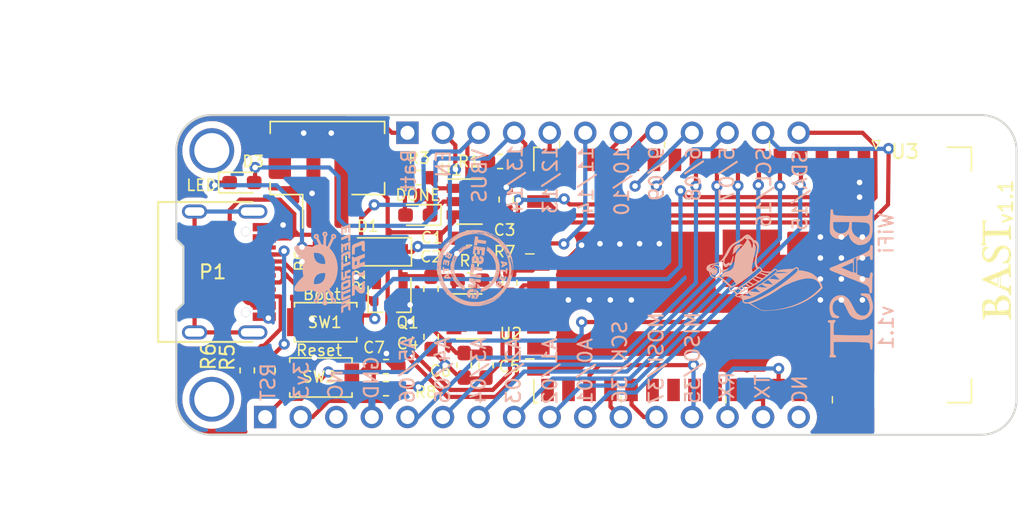
<source format=kicad_pcb>
(kicad_pcb (version 20221018) (generator pcbnew)
  (title_block (title "Bast-WiFi") (date "2020-07-15") (rev "v1.1") (company "Electronic Cats") (comment 1 "Edgar Capuchino") (comment 2 "Eduardo Contreras"))
  (layers (0 "F.Cu" signal) (31 "B.Cu" signal) (34 "B.Paste" user) (35 "F.Paste" user) (36 "B.SilkS" user "B.Silkscreen") (37 "F.SilkS" user "F.Silkscreen") (38 "B.Mask" user) (39 "F.Mask" user) (44 "Edge.Cuts" user))
  (net 0 "")
  (net 1 "+BATT")
  (net 2 "GND")
  (net 3 "VBUS")
  (net 4 "/MISC")
  (net 5 "/TX")
  (net 6 "/RX")
  (net 7 "/MISO")
  (net 8 "/MOSI")
  (net 9 "/SCK")
  (net 10 "/A5")
  (net 11 "/A4")
  (net 12 "/A3")
  (net 13 "/A2")
  (net 14 "/A1")
  (net 15 "/A0")
  (net 16 "+3V3")
  (net 17 "/~{RST}")
  (net 18 "/SDA")
  (net 19 "/SCL")
  (net 20 "/GPIO05")
  (net 21 "/GPIO06")
  (net 22 "/GPIO09")
  (net 23 "/GPIO10")
  (net 24 "/GPIO11")
  (net 25 "/GPIO12")
  (net 26 "/GPIO13")
  (net 27 "/EN")
  (net 28 "Net-(R1-Pad1)")
  (net 29 "Net-(R3-Pad1)")
  (net 30 "Net-(U2-Pad4)")
  (net 31 "Net-(R4-Pad1)")
  (net 32 "Net-(U3-Pad15)")
  (net 33 "/GPIO18")
  (net 34 "/D-")
  (net 35 "/D+")
  (net 36 "Net-(U3-Pad24)")
  (net 37 "/GPIO0")
  (net 38 "Net-(U3-Pad36)")
  (net 39 "Net-(U3-Pad35)")
  (net 40 "Net-(U3-Pad34)")
  (net 41 "Net-(U3-Pad33)")
  (net 42 "Net-(U3-Pad32)")
  (net 43 "Net-(U3-Pad28)")
  (net 44 "Net-(U3-Pad27)")
  (net 45 "Net-(U3-Pad25)")
  (net 46 "Net-(U3-Pad39)")
  (net 47 "Net-(U3-Pad40)")
  (net 48 "Net-(D2-Pad2)")
  (net 49 "Net-(P1-PadA5)")
  (net 50 "Net-(P1-PadB5)")
  (net 51 "Net-(P1-PadS1)")
  (net 52 "Net-(D3-Pad1)")
  (net 53 "Net-(U3-Pad14)")
  (net 54 "Net-(J3-Pad3)")
  (footprint "MountingHole:MountingHole_2.5mm_Pad" (layer "F.Cu") (at 129.54 101.6)
    (fp_text reference "REF**" hide)
    (fp_text value "MountingHole_2.5mm_Pad" hide)
  )
  (footprint "MountingHole:MountingHole_2.5mm_Pad" (layer "F.Cu") (at 129.54 83.82)
    (fp_text reference "REF**" hide)
    (fp_text value "MountingHole_2.5mm_Pad" hide)
  )
  (footprint "MountingHole:MountingHole_2.2mm_M2" (layer "F.Cu") (at 185.13 83.185)
    (fp_text reference "REF**" hide)
    (fp_text value "MountingHole_2.2mm_M2" hide)
  )
  (footprint "MountingHole:MountingHole_2.2mm_M2" (layer "F.Cu") (at 185.07 102.24)
    (fp_text reference "REF**" hide)
    (fp_text value "MountingHole_2.2mm_M2" hide)
  )
  (footprint "Connector_PinSocket_2.54mm:PinSocket_1x16_P2.54mm_Vertical" (layer "F.Cu") (at 133.35 102.87 90)
    (fp_text reference "J3" hide)
    (fp_text value "Conn_Left" hide)
  )
  (footprint "Connector_PinSocket_2.54mm:PinSocket_1x12_P2.54mm_Vertical" (layer "F.Cu") (at 143.51 82.55 90)
    (fp_text reference "J4" hide)
    (fp_text value "Conn_Right" hide)
  )
  (footprint "Package_TO_SOT_SMD:SOT-23-5" (layer "F.Cu") (at 147.94 87.47)
    (fp_text reference "U1")
    (fp_text value "MCP73831-3-OT")
  )
  (footprint "Package_TO_SOT_SMD:SOT-23-5" (layer "F.Cu") (at 147.93 95.68)
    (fp_text reference "U2")
    (fp_text value "AP2112K-3.3")
  )
  (footprint "Capacitor_SMD:C_0603_1608Metric_Pad1.05x0.95mm_HandSolder" (layer "F.Cu") (at 150.57 87.32 90)
    (fp_text reference "C3")
    (fp_text value "10uF")
  )
  (footprint "Capacitor_SMD:C_0603_1608Metric_Pad1.05x0.95mm_HandSolder" (layer "F.Cu") (at 147.56 99.17 90)
    (fp_text reference "C6")
    (fp_text value "0.1uF")
  )
  (footprint "Capacitor_SMD:C_0603_1608Metric_Pad1.05x0.95mm_HandSolder" (layer "F.Cu") (at 141.98 99.27)
    (fp_text reference "C7")
    (fp_text value "1uF")
  )
  (footprint "Diode_SMD:D_SOD-123F" (layer "F.Cu") (at 141.6 91.06 180)
    (fp_text reference "D1")
    (fp_text value "MBR120")
  )
  (footprint "Resistor_SMD:R_0603_1608Metric_Pad1.05x0.95mm_HandSolder" (layer "F.Cu") (at 138.62 91.55 -90)
    (fp_text reference "R2")
    (fp_text value "100K")
  )
  (footprint "Resistor_SMD:R_0603_1608Metric_Pad1.05x0.95mm_HandSolder" (layer "F.Cu") (at 144.295 85.76 180)
    (fp_text reference "R3")
    (fp_text value "1K")
  )
  (footprint "Resistor_SMD:R_0603_1608Metric_Pad1.05x0.95mm_HandSolder" (layer "F.Cu") (at 147.965 93.08 180)
    (fp_text reference "R4")
    (fp_text value "10K")
  )
  (footprint "Resistor_SMD:R_0603_1608Metric_Pad1.05x0.95mm_HandSolder" (layer "F.Cu") (at 133.55 99.54 90)
    (fp_text reference "R5")
    (fp_text value "5.1K")
  )
  (footprint "Resistor_SMD:R_0603_1608Metric_Pad1.05x0.95mm_HandSolder" (layer "F.Cu") (at 132.07 99.54 90)
    (fp_text reference "R6")
    (fp_text value "5.1K")
  )
  (footprint "Resistor_SMD:R_0603_1608Metric_Pad1.05x0.95mm_HandSolder" (layer "F.Cu") (at 150.82 93.27 90)
    (fp_text reference "R7")
    (fp_text value "10K")
  )
  (footprint "Resistor_SMD:R_0603_1608Metric_Pad1.05x0.95mm_HandSolder" (layer "F.Cu") (at 141.98 100.84 180)
    (fp_text reference "R8")
    (fp_text value "10K")
  )
  (footprint "Capacitor_SMD:C_0603_1608Metric_Pad1.05x0.95mm_HandSolder" (layer "F.Cu") (at 147.92 90.09 180)
    (fp_text reference "C1")
    (fp_text value "10uF")
  )
  (footprint "Capacitor_SMD:C_0603_1608Metric_Pad1.05x0.95mm_HandSolder" (layer "F.Cu") (at 149.12 99.18 90)
    (fp_text reference "C5")
    (fp_text value "10uF")
  )
  (footprint "RF_Module:ESP32-S2-WROVER" (layer "F.Cu") (at 164.338 92.71 -90)
    (fp_text reference "U3")
    (fp_text value "ESP32-S2-WROVER")
  )
  (footprint "Package_TO_SOT_SMD:TSOT-23" (layer "F.Cu") (at 142.25 94.43 -90)
    (fp_text reference "Q1")
    (fp_text value "DMG3415U-7")
  )
  (footprint "Capacitor_SMD:C_0603_1608Metric_Pad1.05x0.95mm_HandSolder" (layer "F.Cu") (at 145.19 93.71 -90)
    (fp_text reference "C2")
    (fp_text value "10uF")
  )
  (footprint "Resistor_SMD:R_0603_1608Metric_Pad1.05x0.95mm_HandSolder" (layer "F.Cu") (at 150.13 84.6)
    (fp_text reference "R1")
    (fp_text value "2K")
  )
  (footprint "Capacitor_SMD:C_0603_1608Metric_Pad1.05x0.95mm_HandSolder" (layer "F.Cu") (at 145.2 97.14 90)
    (fp_text reference "C4")
    (fp_text value "10uF")
  )
  (footprint "Connectors EC:C455281" (layer "F.Cu") (at 140.08 101.44 180)
    (fp_text reference "SW2")
    (fp_text value "RESET")
  )
  (footprint "Aesthetics:bast?letter?small" (layer "F.Cu") (at 185.65 92.7 90)
    (fp_text reference "G***" hide)
    (fp_text value "LOGO" hide)
  )
  (footprint "LED_SMD:LED_0603_1608Metric_Pad1.05x0.95mm_HandSolder" (layer "F.Cu") (at 131.69 86.11)
    (fp_text reference "D3")
    (fp_text value "LED")
  )
  (footprint "Resistor_SMD:R_0603_1608Metric_Pad1.05x0.95mm_HandSolder" (layer "F.Cu") (at 137.22 91.55 -90)
    (fp_text reference "R9")
    (fp_text value "1K")
  )
  (footprint "Diode_SMD:D_0603_1608Metric_Pad1.05x0.95mm_HandSolder" (layer "F.Cu") (at 144.25 88.43 180)
    (fp_text reference "D2")
    (fp_text value "DONE")
  )
  (footprint "Connector_JST:JST_PH_B2B-PH-SM4-TB_1x02-1MP_P2.00mm_Vertical" (layer "F.Cu") (at 137.795 86.106)
    (fp_text reference "J1" hide)
    (fp_text value "Conn_Battery" hide)
  )
  (footprint "Connectors EC:C393939" (layer "F.Cu") (at 132.46 92.5 -90)
    (fp_text reference "P1")
    (fp_text value "USB_C_Plug_USB2.0")
  )
  (footprint "Connectors EC:C455281" (layer "F.Cu") (at 140.42 97.49 180)
    (fp_text reference "SW1")
    (fp_text value "GPIO0")
  )
  (footprint "Aesthetics:electronic_cats_logo_4x3" (layer "B.Cu") (at 137.95 92.25 -90)
    (fp_text reference "G***" hide)
    (fp_text value "LOGO" hide)
  )
  (footprint "Aesthetics:beta_testing" (layer "B.Cu") (at 148.45 92.2 -90)
    (fp_text reference "G***" hide)
    (fp_text value "LOGO" hide)
  )
  (footprint "Aesthetics:bast_8x8" (layer "B.Cu") (at 170.71 93.32 -90)
    (fp_text reference "G***" hide)
    (fp_text value "LOGO" hide)
  )
  (gr_line (start 129.54 104.14) (end 175.26 104.14) (stroke (width 0.15)) (layer "Edge.Cuts"))
  (gr_arc (start 184.47 81.28) (mid 186.266051 82.023949) (end 187.01 83.82) (stroke (width 0.15)) (layer "Edge.Cuts"))
  (gr_line (start 175.26 81.28) (end 129.54 81.28) (stroke (width 0.15)) (layer "Edge.Cuts"))
  (gr_arc (start 127 83.82) (mid 127.743949 82.023949) (end 129.54 81.28) (stroke (width 0.15)) (layer "Edge.Cuts"))
  (gr_line (start 127 83.82) (end 127 90.17) (stroke (width 0.15)) (layer "Edge.Cuts"))
  (gr_line (start 127 90.17) (end 127.508 90.678) (stroke (width 0.15)) (layer "Edge.Cuts"))
  (gr_line (start 127.508 90.678) (end 127.508 94.742) (stroke (width 0.15)) (layer "Edge.Cuts"))
  (gr_line (start 127.508 94.742) (end 127 95.25) (stroke (width 0.15)) (layer "Edge.Cuts"))
  (gr_line (start 127 95.25) (end 127 101.6) (stroke (width 0.15)) (layer "Edge.Cuts"))
  (gr_arc (start 129.54 104.14) (mid 127.743949 103.396051) (end 127 101.6) (stroke (width 0.15)) (layer "Edge.Cuts"))
  (gr_line (start 187.01 101.6) (end 187.01 83.82) (stroke (width 0.15)) (layer "Edge.Cuts"))
  (gr_arc (start 187.01 101.6) (mid 186.266051 103.396051) (end 184.47 104.14) (stroke (width 0.15)) (layer "Edge.Cuts"))
  (gr_line (start 175.26 81.28) (end 184.47 81.28) (stroke (width 0.15)) (layer "Edge.Cuts"))
  (gr_line (start 175.26 104.14) (end 184.47 104.14) (stroke (width 0.15)) (layer "Edge.Cuts"))
  (gr_text "12/13" (at 153.71 85.92 90) (layer "B.SilkS") (effects (font (size 1 1)) (justify mirror)))
  (gr_text "11/14" (at 156.28 85.98 90) (layer "B.SilkS") (effects (font (size 1 1)) (justify mirror)))
  (gr_text "10/10" (at 158.82 86.05 90) (layer "B.SilkS") (effects (font (size 1 1)) (justify mirror)))
  (gr_text "6/08" (at 163.93 85.5 90) (layer "B.SilkS") (effects (font (size 1 1)) (justify mirror)))
  (gr_text "9/09" (at 161.3 85.47 90) (layer "B.SilkS") (effects (font (size 1 1)) (justify mirror)))
  (gr_text "5/07" (at 166.34 85.53 90) (layer "B.SilkS") (effects (font (size 1 1)) (justify mirror)))
  (gr_text "SCL/16" (at 168.97 86.47 90) (layer "B.SilkS") (effects (font (size 1 1)) (justify mirror)))
  (gr_text "SDA/15" (at 171.55 86.67 90) (layer "B.SilkS") (effects (font (size 1 1)) (justify mirror)))
  (gr_text "RST" (at 133.56 100.37 90) (layer "B.SilkS") (effects (font (size 1 1)) (justify mirror)))
  (gr_text "A5/06" (at 143.51 99.51 90) (layer "B.SilkS") (effects (font (size 1 1)) (justify mirror)))
  (gr_text "A4/05" (at 146.03 99.53 90) (layer "B.SilkS") (effects (font (size 1 1)) (justify mirror)))
  (gr_text "A3/04" (at 148.6 99.56 90) (layer "B.SilkS") (effects (font (size 1 1)) (justify mirror)))
  (gr_text "A2/03" (at 151.08 99.55 90) (layer "B.SilkS") (effects (font (size 1 1)) (justify mirror)))
  (gr_text "A1/02" (at 153.69 99.59 90) (layer "B.SilkS") (effects (font (size 1 1)) (justify mirror)))
  (gr_text "A0/01" (at 156.21 99.61 90) (layer "B.SilkS") (effects (font (size 1 1)) (justify mirror)))
  (gr_text "SCK/36" (at 158.68 98.94 90) (layer "B.SilkS") (effects (font (size 1 1)) (justify mirror)))
  (gr_text "MOSI/37" (at 161.28 98.67 90) (layer "B.SilkS") (effects (font (size 1 1)) (justify mirror)))
  (gr_text "MISO/35" (at 163.88 98.64 90) (layer "B.SilkS") (effects (font (size 1 1)) (justify mirror)))
  (gr_text "RX" (at 166.33 100.62 90) (layer "B.SilkS") (effects (font (size 1 1)) (justify mirror)))
  (gr_text "TX" (at 168.87 100.7 90) (layer "B.SilkS") (effects (font (size 1 1)) (justify mirror)))
  (gr_text "v1.1" (at 177.71 96.47 90) (layer "B.SilkS") (effects (font (size 1 1)) (justify mirror)))
  (gr_text "NC" (at 171.53 100.91 90) (layer "B.SilkS") (effects (font (size 1 1)) (justify mirror)))
  (gr_text "NC" (at 138.38 100.49 90) (layer "B.SilkS") (effects (font (size 1 1)) (justify mirror)))
  (gr_text "EN" (at 146.075 84.775 90) (layer "B.SilkS") (effects (font (size 1 1)) (justify mirror)))
  (gr_text "WiFi" (at 177.71 89.72 90) (layer "B.SilkS") (effects (font (size 1 1)) (justify mirror)))
  (gr_text "Batt" (at 143.6 85.25 90) (layer "B.SilkS") (effects (font (size 1 1)) (justify mirror)))
  (gr_text "VBUS" (at 148.65 85.625 90) (layer "B.SilkS") (effects (font (size 1 1)) (justify mirror)))
  (gr_text "GND" (at 140.94 100.05 90) (layer "B.SilkS") (effects (font (size 1 1)) (justify mirror)))
  (gr_text "13/14" (at 151.22 85.84 90) (layer "B.SilkS") (effects (font (size 1 1)) (justify mirror)))
  (gr_text "3v3" (at 135.94 100.25 90) (layer "B.SilkS") (effects (font (size 1 1)) (justify mirror)))
  (gr_text "Reset" (at 137.2 98.1) (layer "F.SilkS") (effects (font (size 0.8 0.8) (thickness 0.12))))
  (gr_text "Boot" (at 137.4 94.1) (layer "F.SilkS") (effects (font (size 0.8 0.8) (thickness 0.12))))
  (gr_text "v1.1" (at 186.24 87.48 90) (layer "F.SilkS") (effects (font (size 1 1))))
  (segment (start 131.319992 91.437128) (end 132.00712 90.75) (width 0.3) (layer "F.Cu") (net 0))
  (segment (start 132.16 93.75) (end 131.319992 92.909992) (width 0.3) (layer "F.Cu") (net 0))
  (segment (start 131.319992 92.909992) (end 131.319992 91.437128) (width 0.3) (layer "F.Cu") (net 0))
  (segment (start 132.00712 90.75) (end 132.179998 90.75) (width 0.3) (layer "F.Cu") (net 0))
  (segment (start 132.179998 90.75) (end 133.285 90.75) (width 0.3) (layer "F.Cu") (net 0))
  (segment (start 133.285 93.75) (end 132.16 93.75) (width 0.3) (layer "F.Cu") (net 0))
  (segment (start 141.98 82.12) (end 139.58 82.12) (width 0.3) (layer "F.Cu") (net 1))
  (segment (start 142.099999 89.370001) (end 142.099999 87.249995) (width 0.3) (layer "F.Cu") (net 1))
  (segment (start 142.099999 87.249995) (end 141.456004 86.606) (width 0.3) (layer "F.Cu") (net 1))
  (segment (start 150.48 90.43) (end 150.48 88.485) (width 0.3) (layer "F.Cu") (net 1))
  (segment (start 142.099999 95.589999) (end 142.099999 89.889999) (width 0.3) (layer "F.Cu") (net 1))
  (segment (start 146.558 89.154) (end 146.84 88.872) (width 0.3) (layer "F.Cu") (net 1))
  (segment (start 145.876 91.52) (end 146.316 91.96) (width 0.3) (layer "F.Cu") (net 1))
  (segment (start 142.41 82.55) (end 141.98 82.12) (width 0.3) (layer "F.Cu") (net 1))
  (segment (start 145.876 89.836) (end 145.876 89.996) (width 0.3) (layer "F.Cu") (net 1))
  (segment (start 142.099999 89.370001) (end 142.099999 89.393999) (width 0.3) (layer "F.Cu") (net 1))
  (segment (start 142.327998 89.662) (end 142.099999 89.889999) (width 0.3) (layer "F.Cu") (net 1))
  (segment (start 146.84 88.872) (end 146.84 88.42) (width 0.3) (layer "F.Cu") (net 1))
  (segment (start 142.25 95.74) (end 142.099999 95.589999) (width 0.3) (layer "F.Cu") (net 1))
  (segment (start 138.795 82.905) (end 138.795 86.606) (width 0.3) (layer "F.Cu") (net 1))
  (segment (start 143.51 82.55) (end 142.41 82.55) (width 0.3) (layer "F.Cu") (net 1))
  (segment (start 142.099999 89.889999) (end 142.099999 89.370001) (width 0.3) (layer "F.Cu") (net 1))
  (segment (start 145.876 89.996) (end 145.542 89.662) (width 0.3) (layer "F.Cu") (net 1))
  (segment (start 145.902 89.81) (end 146.558 89.154) (width 0.3) (layer "F.Cu") (net 1))
  (segment (start 150.48 88.485) (end 150.77 88.195) (width 0.3) (layer "F.Cu") (net 1))
  (segment (start 139.58 82.12) (end 138.795 82.905) (width 0.3) (layer "F.Cu") (net 1))
  (segment (start 145.542 89.662) (end 146.05 89.662) (width 0.3) (layer "F.Cu") (net 1))
  (segment (start 146.05 89.662) (end 145.876 89.836) (width 0.3) (layer "F.Cu") (net 1))
  (segment (start 142.112 89.662) (end 142.368 89.662) (width 0.3) (layer "F.Cu") (net 1))
  (segment (start 145.876 89.996) (end 145.876 91.52) (width 0.3) (layer "F.Cu") (net 1))
  (segment (start 146.316 91.96) (end 148.95 91.96) (width 0.3) (layer "F.Cu") (net 1))
  (segment (start 142.368 89.662) (end 145.542 89.662) (width 0.3) (layer "F.Cu") (net 1))
  (segment (start 142.099999 89.649999) (end 142.112 89.662) (width 0.3) (layer "F.Cu") (net 1))
  (segment (start 141.456004 86.606) (end 138.795 86.606) (width 0.3) (layer "F.Cu") (net 1))
  (segment (start 142.368 89.662) (end 142.327998 89.662) (width 0.3) (layer "F.Cu") (net 1))
  (segment (start 148.95 91.96) (end 150.48 90.43) (width 0.3) (layer "F.Cu") (net 1))
  (segment (start 146.05 89.662) (end 146.558 89.154) (width 0.3) (layer "F.Cu") (net 1))
  (segment (start 142.099999 89.393999) (end 142.368 89.662) (width 0.3) (layer "F.Cu") (net 1))
  (segment (start 145.2 96.485002) (end 146.023499 97.308501) (width 0.3) (layer "F.Cu") (net 2))
  (segment (start 133.285 89.3) (end 134.47 89.3) (width 0.3) (layer "F.Cu") (net 2))
  (segment (start 138.62 92.425) (end 136.645 92.425) (width 0.3) (layer "F.Cu") (net 2))
  (segment (start 145.125 88.43) (end 146.085 87.47) (width 0.3) (layer "F.Cu") (net 2))
  (segment (start 145.453 96.012) (end 145.2 96.265) (width 0.3) (layer "F.Cu") (net 2))
  (segment (start 141.895848 98.440021) (end 142.008747 98.327122) (width 0.3) (layer "F.Cu") (net 2))
  (segment (start 147.009998 98.295) (end 147.56 98.295) (width 0.3) (layer "F.Cu") (net 2))
  (segment (start 141.895 98.13501) (end 142.008747 98.248757) (width 0.3) (layer "F.Cu") (net 2))
  (segment (start 173 90) (end 174.5 90) (width 0.3) (layer "F.Cu") (net 2))
  (segment (start 144.725 96.265) (end 144.057202 96.932798) (width 0.3) (layer "F.Cu") (net 2))
  (segment (start 146.085 87.47) (end 146.84 87.47) (width 0.3) (layer "F.Cu") (net 2))
  (segment (start 142.008747 98.248757) (end 142.008747 98.327122) (width 0.3) (layer "F.Cu") (net 2))
  (segment (start 176.113 84.485) (end 176.113 86.837) (width 0.3) (layer "F.Cu") (net 2))
  (segment (start 146.84 87.47) (end 147.375002 87.47) (width 0.3) (layer "F.Cu") (net 2))
  (segment (start 144.057202 96.932798) (end 144.057202 97.355911) (width 0.3) (layer "F.Cu") (net 2))
  (segment (start 136.71 83.18) (end 136.1 82.57) (width 0.3) (layer "F.Cu") (net 2))
  (segment (start 158.7 90.48) (end 158.68 90.5) (width 0.3) (layer "F.Cu") (net 2))
  (segment (start 155 91.530676) (end 155.945338 90.585338) (width 0.3) (layer "F.Cu") (net 2))
  (segment (start 173 93) (end 173 94.5) (width 0.3) (layer "F.Cu") (net 2))
  (segment (start 134.47 89.3) (end 134.63 89.14) (width 0.3) (layer "F.Cu") (net 2))
  (segment (start 157.48 91.52) (end 155 94) (width 0.3) (layer "F.Cu") (net 2))
  (segment (start 155 94.5) (end 155 91.530676) (width 0.3) (layer "F.Cu") (net 2))
  (segment (start 136.645 92.425) (end 135.98 91.76) (width 0.3) (layer "F.Cu") (net 2))
  (segment (start 138.62 92.425) (end 139.415 92.425) (width 0.3) (layer "F.Cu") (net 2))
  (segment (start 176.113 85.787) (end 175.8 86.1) (width 0.3) (layer "F.Cu") (net 2))
  (segment (start 146.83 95.68) (end 146.382 95.68) (width 0.3) (layer "F.Cu") (net 2))
  (segment (start 133.285 89.3) (end 133.59 89.3) (width 0.3) (layer "F.Cu") (net 2))
  (segment (start 147.045 90.09) (end 147.045 91.186) (width 0.3) (layer "F.Cu") (net 2))
  (segment (start 145.275 88.5) (end 145.215 88.56) (width 0.3) (layer "F.Cu") (net 2))
  (segment (start 133.285 95.7) (end 133.479998 95.7) (width 0.3) (layer "F.Cu") (net 2))
  (segment (start 158 94.5) (end 159.5 94.5) (width 0.3) (layer "F.Cu") (net 2))
  (segment (start 160.090001 90.48) (end 158.7 90.48) (width 0.3) (layer "F.Cu") (net 2))
  (segment (start 151.005 86.01) (end 150.57 86.445) (width 0.3) (layer "F.Cu") (net 2))
  (segment (start 147.720001 89.414999) (end 147.045 90.09) (width 0.3) (layer "F.Cu") (net 2))
  (segment (start 135.44 96.09) (end 135.64 95.89) (width 0.3) (layer "F.Cu") (net 2))
  (segment (start 133.479998 95.7) (end 133.58 95.800002) (width 0.3) (layer "F.Cu") (net 2))
  (segment (start 146.05 96.012) (end 145.453 96.012) (width 0.3) (layer "F.Cu") (net 2))
  (segment (start 172.98 91.52) (end 173 91.5) (width 0.3) (layer "F.Cu") (net 2))
  (segment (start 145.2 96.265) (end 144.725 96.265) (width 0.3) (layer "F.Cu") (net 2))
  (segment (start 134.83 99.94) (end 135.25 99.52) (width 0.3) (layer "F.Cu") (net 2))
  (segment (start 150.57 86.445) (end 150.57 86.65) (width 0.3) (layer "F.Cu") (net 2))
  (segment (start 168.073 91.52) (end 157.48 91.52) (width 0.3) (layer "F.Cu") (net 2))
  (segment (start 132.785 99.94) (end 134.83 99.94) (width 0.3) (layer "F.Cu") (net 2))
  (segment (start 143.965 94.585) (end 143.7 94.85) (width 0.3) (layer "F.Cu") (net 2))
  (segment (start 147.720001 87.814999) (end 147.720001 89.414999) (width 0.3) (layer "F.Cu") (net 2))
  (segment (start 174.5 91.5) (end 174.5 93) (width 0.3) (layer "F.Cu") (net 2))
  (segment (start 155 94.5) (end 156.5 94.5) (width 0.3) (layer "F.Cu") (net 2))
  (segment (start 147.375002 87.47) (end 147.720001 87.814999) (width 0.3) (layer "F.Cu") (net 2))
  (segment (start 174.5 94.5) (end 176 94.5) (width 0.3) (layer "F.Cu") (net 2))
  (segment (start 146.382 95.68) (end 146.05 96.012) (width 0.3) (layer "F.Cu") (net 2))
  (segment (start 132.25 100.475) (end 132.785 99.94) (width 0.3) (layer "F.Cu") (net 2))
  (segment (start 137.059979 98.440021) (end 141.895848 98.440021) (width 0.3) (layer "F.Cu") (net 2))
  (segment (start 145.949999 97.235001) (end 146.023499 97.308501) (width 0.3) (layer "F.Cu") (net 2))
  (segment (start 136.71 86.6) (end 136.71 83.18) (width 0.3) (layer "F.Cu") (net 2))
  (segment (start 135.64 95.89) (end 136.7 95.89) (width 0.3) (layer "F.Cu") (net 2))
  (segment (start 142.365 99.23) (end 142.008747 98.873747) (width 0.3) (layer "F.Cu") (net 2))
  (segment (start 146.023499 97.308501) (end 147.009998 98.295) (width 0.3) (layer "F.Cu") (net 2))
  (segment (start 151.005 84.6) (end 151.005 86.01) (width 0.3) (layer "F.Cu") (net 2))
  (segment (start 176.113 86.837) (end 175.8 87.15) (width 0.3) (layer "F.Cu") (net 2))
  (segment (start 145.19 94.585) (end 143.965 94.585) (width 0.3) (layer "F.Cu") (net 2))
  (segment (start 176 93) (end 176 91.5) (width 0.3) (layer "F.Cu") (net 2))
  (segment (start 136.87 98.63) (end 137.059979 98.440021) (width 0.3) (layer "F.Cu") (net 2))
  (segment (start 142.008747 98.873747) (end 142.008747 98.327122) (width 0.3) (layer "F.Cu") (net 2))
  (segment (start 145.2 96.265) (end 145.2 96.485002) (width 0.3) (layer "F.Cu") (net 2))
  (segment (start 139.415 92.425) (end 139.86 92.87) (width 0.3) (layer "F.Cu") (net 2))
  (segment (start 136.795 86.606) (end 136.716 86.606) (width 0.3) (layer "F.Cu") (net 2))
  (segment (start 136.716 86.606) (end 136.71 86.6) (width 0.3) (layer "F.Cu") (net 2))
  (segment (start 176.113 84.485) (end 176.113 85.787) (width 0.3) (layer "F.Cu") (net 2))
  (segment (start 168.073 91.52) (end 172.98 91.52) (width 0.3) (layer "F.Cu") (net 2))
  (via (at 142.008747 98.327122) (size 0.8) (drill 0.4) (layers "F.Cu" "B.Cu") (net 2))
  (via (at 173 91.5) (size 0.8) (drill 0.4) (layers "F.Cu" "B.Cu") (net 2))
  (via (at 136.1 82.57) (size 0.8) (drill 0.4) (layers "F.Cu" "B.Cu") (net 2))
  (via (at 176 91.5) (size 0.8) (drill 0.4) (layers "F.Cu" "B.Cu") (net 2))
  (via (at 136.87 98.63) (size 0.8) (drill 0.4) (layers "F.Cu" "B.Cu") (net 2))
  (via (at 174.5 90) (size 0.8) (drill 0.4) (layers "F.Cu" "B.Cu") (net 2))
  (via (at 174.5 93) (size 0.8) (drill 0.4) (layers "F.Cu" "B.Cu") (net 2))
  (via (at 173 94.5) (size 0.8) (drill 0.4) (layers "F.Cu" "B.Cu") (net 2))
  (via (at 173 93) (size 0.8) (drill 0.4) (layers "F.Cu" "B.Cu") (net 2))
  (via (at 158.68 90.5) (size 0.8) (drill 0.4) (layers "F.Cu" "B.Cu") (net 2))
  (via (at 150.57 86.445) (size 0.8) (drill 0.4) (layers "F.Cu" "B.Cu") (net 2))
  (via (at 155 94.5) (size 0.8) (drill 0.4) (layers "F.Cu" "B.Cu") (net 2))
  (via (at 147.045 91.186) (size 0.8) (drill 0.4) (layers "F.Cu" "B.Cu") (net 2))
  (via (at 157.26 90.48) (size 0.8) (drill 0.4) (layers "F.Cu" "B.Cu") (net 2))
  (via (at 175.8 86.1) (size 0.8) (drill 0.4) (layers "F.Cu" "B.Cu") (net 2))
  (via (at 159.5 94.5) (size 0.8) (drill 0.4) (layers "F.Cu" "B.Cu") (net 2))
  (via (at 158 94.5) (size 0.8) (drill 0.4) (layers "F.Cu" "B.Cu") (net 2))
  (via (at 139.86 92.87) (size 0.8) (drill 0.4) (layers "F.Cu" "B.Cu") (net 2))
  (via (at 176 90) (size 0.8) (drill 0.4) (layers "F.Cu" "B.Cu") (net 2))
  (via (at 136.7 86.88) (size 0.8) (drill 0.4) (layers "F.Cu" "B.Cu") (net 2))
  (via (at 155.945338 90.585338) (size 0.8) (drill 0.4) (layers "F.Cu" "B.Cu") (net 2))
  (via (at 143.7 96.05) (size 0.8) (drill 0.4) (layers "F.Cu" "B.Cu") (net 2))
  (via (at 176 94.5) (size 0.8) (drill 0.4) (layers "F.Cu" "B.Cu") (net 2))
  (via (at 134.63 89.14) (size 0.8) (drill 0.4) (layers "F.Cu" "B.Cu") (net 2))
  (via (at 173 90) (size 0.8) (drill 0.4) (layers "F.Cu" "B.Cu") (net 2))
  (via (at 174.5 94.5) (size 0.8) (drill 0.4) (layers "F.Cu" "B.Cu") (net 2))
  (via (at 175.8 87.15) (size 0.8) (drill 0.4) (layers "F.Cu" "B.Cu") (net 2))
  (via (at 176 93) (size 0.8) (drill 0.4) (layers "F.Cu" "B.Cu") (net 2))
  (via (at 160.090001 90.48) (size 0.8) (drill 0.4) (layers "F.Cu" "B.Cu") (net 2))
  (via (at 156.5 94.5) (size 0.8) (drill 0.4) (layers "F.Cu" "B.Cu") (net 2))
  (via (at 174.5 91.5) (size 0.8) (drill 0.4) (layers "F.Cu" "B.Cu") (net 2))
  (via (at 136.7 95.89) (size 0.8) (drill 0.4) (layers "F.Cu" "B.Cu") (net 2))
  (via (at 143.7 94.85) (size 0.8) (drill 0.4) (layers "F.Cu" "B.Cu") (net 2))
  (via (at 133.58 95.800002) (size 0.8) (drill 0.4) (layers "F.Cu" "B.Cu") (net 2))
  (via (at 161.5 90.48) (size 0.8) (drill 0.4) (layers "F.Cu" "B.Cu") (net 2))
  (via (at 135.98 91.76) (size 0.8) (drill 0.4) (layers "F.Cu" "B.Cu") (net 2))
  (via (at 138.07 82.57) (size 0.8) (drill 0.4) (layers "F.Cu" "B.Cu") (net 2))
  (segment (start 155 94) (end 155 94.5) (width 0.3) (layer "B.Cu") (net 2))
  (segment (start 147.045 90.045) (end 147.045 90.09) (width 0.3) (layer "B.Cu") (net 2))
  (segment (start 158.68 90.5) (end 157.28 90.5) (width 0.3) (layer "B.Cu") (net 2))
  (segment (start 143.7 94.85) (end 143.7 96.05) (width 0.3) (layer "B.Cu") (net 2))
  (segment (start 176 94.5) (end 176 93) (width 0.3) (layer "B.Cu") (net 2))
  (segment (start 161.5 90.48) (end 160.090001 90.48) (width 0.3) (layer "B.Cu") (net 2))
  (segment (start 156.5 94.5) (end 158 94.5) (width 0.3) (layer "B.Cu") (net 2))
  (segment (start 143.085991 98.327122) (end 142.008747 98.327122) (width 0.3) (layer "B.Cu") (net 2))
  (segment (start 174.5 93) (end 173 93) (width 0.3) (layer "B.Cu") (net 2))
  (segment (start 157.28 90.5) (end 157.26 90.48) (width 0.3) (layer "B.Cu") (net 2))
  (segment (start 156.050676 90.48) (end 155.945338 90.585338) (width 0.3) (layer "B.Cu") (net 2))
  (segment (start 150.57 86.52) (end 147.045 90.045) (width 0.3) (layer "B.Cu") (net 2))
  (segment (start 144.057202 97.355911) (end 143.085991 98.327122) (width 0.3) (layer "B.Cu") (net 2))
  (segment (start 136.7 95.89) (end 136.7 98.46) (width 0.3) (layer "B.Cu") (net 2))
  (segment (start 133.58 95.800002) (end 133.58 89.31) (width 0.3) (layer "B.Cu") (net 2))
  (segment (start 136.7 98.46) (end 136.87 98.63) (width 0.3) (layer "B.Cu") (net 2))
  (segment (start 176 91.5) (end 176 90) (width 0.3) (layer "B.Cu") (net 2))
  (segment (start 174.5 90) (end 174.5 91.5) (width 0.3) (layer "B.Cu") (net 2))
  (segment (start 150.57 86.445) (end 150.57 86.52) (width 0.3) (layer "B.Cu") (net 2))
  (segment (start 173 94.5) (end 174.5 94.5) (width 0.3) (layer "B.Cu") (net 2))
  (segment (start 147.045 90.045) (end 147.045 91.186) (width 0.3) (layer "B.Cu") (net 2))
  (segment (start 133.58 89.31) (end 134.46 88.43) (width 0.3) (layer "B.Cu") (net 2))
  (segment (start 157.26 90.48) (end 156.050676 90.48) (width 0.3) (layer "B.Cu") (net 2))
  (segment (start 136.1 82.57) (end 138.07 82.57) (width 0.3) (layer "B.Cu") (net 2))
  (segment (start 173 91.5) (end 173 90) (width 0.3) (layer "B.Cu") (net 2))
  (segment (start 140.2 91.06) (end 138.635 91.06) (width 0.3) (layer "F.Cu") (net 3))
  (segment (start 137.700856 89.83999) (end 136.13001 89.83999) (width 0.3) (layer "F.Cu") (net 3))
  (segment (start 130.819982 88.067923) (end 131.557915 87.32999) (width 0.3) (layer "F.Cu") (net 3))
  (segment (start 135.43 89.46) (end 135.43 89.54) (width 0.3) (layer "F.Cu") (net 3))
  (segment (start 134.40999 87.32999) (end 135.43 88.35) (width 0.3) (layer "F.Cu") (net 3))
  (segment (start 148.795 90.09) (end 148.795 88.665) (width 0.3) (layer "F.Cu") (net 3))
  (segment (start 132.144997 94.714999) (end 132.079998 94.65) (width 0.3) (layer "F.Cu") (net 3))
  (segment (start 133.285 90.1) (end 134.269134 90.1) (width 0.3) (layer "F.Cu") (net 3))
  (segment (start 140.2 91.06) (end 140.2 92.02) (width 0.3) (layer "F.Cu") (net 3))
  (segment (start 136.13001 89.83999) (end 135.72999 89.83999) (width 0.3) (layer "F.Cu") (net 3))
  (segment (start 147.790001 87.170001) (end 149.04 88.42) (width 0.3) (layer "F.Cu") (net 3))
  (segment (start 135.46999 89.83999) (end 135.43 89.8) (width 0.3) (layer "F.Cu") (net 3))
  (segment (start 132.079998 94.65) (end 132.02 94.65) (width 0.3) (layer "F.Cu") (net 3))
  (segment (start 131.557915 87.32999) (end 134.40999 87.32999) (width 0.3) (layer "F.Cu") (net 3))
  (segment (start 138.635 91.06) (end 138.275 90.7) (width 0.3) (layer "F.Cu") (net 3))
  (segment (start 140.2 92.02) (end 141.3 93.12) (width 0.3) (layer "F.Cu") (net 3))
  (segment (start 135.43 89.46) (end 135.43 89.8) (width 0.3) (layer "F.Cu") (net 3))
  (segment (start 147.790001 83.349999) (end 147.790001 87.170001) (width 0.3) (layer "F.Cu") (net 3))
  (segment (start 138.62 90.675) (end 138.535866 90.675) (width 0.3) (layer "F.Cu") (net 3))
  (segment (start 135.13 90.1) (end 133.285 90.1) (width 0.3) (layer "F.Cu") (net 3))
  (segment (start 148.795 88.665) (end 149.04 88.42) (width 0.3) (layer "F.Cu") (net 3))
  (segment (start 135.43 88.35) (end 135.43 89.46) (width 0.3) (layer "F.Cu") (net 3))
  (segment (start 132.284001 94.714999) (end 132.144997 94.714999) (width 0.3) (layer "F.Cu") (net 3))
  (segment (start 133.285 90.1) (end 134.41 90.1) (width 0.3) (layer "F.Cu") (net 3))
  (segment (start 140.2 88.64) (end 141.14 87.7) (width 0.3) (layer "F.Cu") (net 3))
  (segment (start 148.59 82.55) (end 147.790001 83.349999) (width 0.3) (layer "F.Cu") (net 3))
  (segment (start 130.819982 93.449982) (end 130.819982 88.067923) (width 0.3) (layer "F.Cu") (net 3))
  (segment (start 133.285 94.9) (end 132.469002 94.9) (width 0.3) (layer "F.Cu") (net 3))
  (segment (start 135.72999 89.83999) (end 135.46999 89.83999) (width 0.3) (layer "F.Cu") (net 3))
  (segment (start 135.43 89.46) (end 135.43 89.55998) (width 0.3) (layer "F.Cu") (net 3))
  (segment (start 140.2 91.06) (end 140.2 88.64) (width 0.3) (layer "F.Cu") (net 3))
  (segment (start 135.43 89.8) (end 135.13 90.1) (width 0.3) (layer "F.Cu") (net 3))
  (segment (start 132.469002 94.9) (end 132.284001 94.714999) (width 0.3) (layer "F.Cu") (net 3))
  (segment (start 135.43 89.54) (end 135.72999 89.83999) (width 0.3) (layer "F.Cu") (net 3))
  (segment (start 132.02 94.65) (end 130.819982 93.449982) (width 0.3) (layer "F.Cu") (net 3))
  (segment (start 138.535866 90.675) (end 137.700856 89.83999) (width 0.3) (layer "F.Cu") (net 3))
  (via (at 141.14 87.7) (size 0.8) (drill 0.4) (layers "F.Cu" "B.Cu") (net 3))
  (segment (start 144.2 87.7) (end 144.7 87.2) (width 0.3) (layer "B.Cu") (net 3))
  (segment (start 144.65 84.45) (end 144.7 87.2) (width 0.3) (layer "B.Cu") (net 3))
  (segment (start 141.14 87.7) (end 144.2 87.7) (width 0.3) (layer "B.Cu") (net 3))
  (segment (start 145.21 83.89) (end 144.65 84.45) (width 0.3) (layer "B.Cu") (net 3))
  (segment (start 147.25 83.89) (end 145.21 83.89) (width 0.3) (layer "B.Cu") (net 3))
  (segment (start 148.59 82.55) (end 147.25 83.89) (width 0.3) (layer "B.Cu") (net 3))
  (segment (start 168.91 101.332) (end 168.513 100.935) (width 0.3) (layer "F.Cu") (net 5))
  (segment (start 168.91 102.87) (end 168.91 101.332) (width 0.3) (layer "F.Cu") (net 5))
  (segment (start 170.02 100.928) (end 170.013 100.935) (width 0.3) (layer "F.Cu") (net 6))
  (segment (start 170.02 99.4) (end 170.02 100.928) (width 0.3) (layer "F.Cu") (net 6))
  (via (at 170.02 99.4) (size 0.8) (drill 0.4) (layers "F.Cu" "B.Cu") (net 6))
  (segment (start 166.37 99.83) (end 166.8 99.4) (width 0.3) (layer "B.Cu") (net 6))
  (segment (start 166.8 99.4) (end 170.02 99.4) (width 0.3) (layer "B.Cu") (net 6))
  (segment (start 166.37 102.87) (end 166.37 99.83) (width 0.3) (layer "B.Cu") (net 6))
  (segment (start 157.238 99.16) (end 163.94 99.16) (width 0.3) (layer "F.Cu") (net 7))
  (segment (start 156.513 100.935) (end 156.513 99.885) (width 0.3) (layer "F.Cu") (net 7))
  (segment (start 156.513 99.885) (end 157.238 99.16) (width 0.3) (layer "F.Cu") (net 7))
  (via (at 163.94 99.16) (size 0.8) (drill 0.4) (layers "F.Cu" "B.Cu") (net 7))
  (segment (start 163.94 102.76) (end 163.83 102.87) (width 0.3) (layer "B.Cu") (net 7))
  (segment (start 163.94 99.16) (end 163.94 102.76) (width 0.3) (layer "B.Cu") (net 7))
  (segment (start 161.29 102.87) (end 160.398 102.87) (width 0.3) (layer "F.Cu") (net 8))
  (segment (start 160.398 102.87) (end 159.513 101.985) (width 0.3) (layer "F.Cu") (net 8))
  (segment (start 159.513 101.985) (end 159.513 100.935) (width 0.3) (layer "F.Cu") (net 8))
  (segment (start 158.75 102.87) (end 158.013 102.133) (width 0.3) (layer "F.Cu") (net 9))
  (segment (start 158.013 102.133) (end 158.013 100.935) (width 0.3) (layer "F.Cu") (net 9))
  (segment (start 164.113 84.485) (end 164.113 86.377) (width 0.3) (layer "F.Cu") (net 10))
  (via (at 164.113 86.377) (size 0.8) (drill 0.4) (layers "F.Cu" "B.Cu") (net 10))
  (segment (start 144.274244 102.87) (end 148.524234 98.62001) (width 0.3) (layer "B.Cu") (net 10))
  (segment (start 143.51 102.87) (end 144.274244 102.87) (width 0.3) (layer "B.Cu") (net 10))
  (segment (start 148.524234 98.62001) (end 158.767112 98.62001) (width 0.3) (layer "B.Cu") (net 10))
  (segment (start 158.767112 98.62001) (end 164.113 93.274122) (width 0.3) (layer "B.Cu") (net 10))
  (segment (start 164.113 93.274122) (end 164.113 86.377) (width 0.3) (layer "B.Cu") (net 10))
  (segment (start 165.613 84.485) (end 165.613 86.357) (width 0.3) (layer "F.Cu") (net 11))
  (via (at 165.613 86.357) (size 0.8) (drill 0.4) (layers "F.Cu" "B.Cu") (net 11))
  (segment (start 165.613 86.693) (end 165.613 86.357) (width 0.3) (layer "B.Cu") (net 11))
  (segment (start 149.799979 99.120021) (end 158.974223 99.120021) (width 0.3) (layer "B.Cu") (net 11))
  (segment (start 165.613 92.481244) (end 165.613 86.357) (width 0.3) (layer "B.Cu") (net 11))
  (segment (start 165.62 88.73) (end 165.62 86.7) (width 0.3) (layer "B.Cu") (net 11))
  (segment (start 146.05 102.87) (end 149.799979 99.120021) (width 0.3) (layer "B.Cu") (net 11))
  (segment (start 165.62 86.7) (end 165.613 86.693) (width 0.3) (layer "B.Cu") (net 11))
  (segment (start 158.974223 99.120021) (end 165.613 92.481244) (width 0.3) (layer "B.Cu") (net 11))
  (segment (start 167 84.598) (end 167.113 84.485) (width 0.3) (layer "F.Cu") (net 12))
  (segment (start 167.113 84.485) (end 167.113 86.337) (width 0.3) (layer "F.Cu") (net 12))
  (via (at 167.113 86.337) (size 0.8) (drill 0.4) (layers "F.Cu" "B.Cu") (net 12))
  (segment (start 151.839968 99.620032) (end 159.181334 99.620032) (width 0.3) (layer "B.Cu") (net 12))
  (segment (start 167.13 86.7) (end 167.113 86.683) (width 0.3) (layer "B.Cu") (net 12))
  (segment (start 159.181334 99.620032) (end 167.113 91.688366) (width 0.3) (layer "B.Cu") (net 12))
  (segment (start 167.113 86.683) (end 167.113 86.337) (width 0.3) (layer "B.Cu") (net 12))
  (segment (start 148.59 102.87) (end 151.839968 99.620032) (width 0.3) (layer "B.Cu") (net 12))
  (segment (start 167.113 91.688366) (end 167.113 86.337) (width 0.3) (layer "B.Cu") (net 12))
  (segment (start 168.613 86.246996) (end 168.57 86.289996) (width 0.3) (layer "F.Cu") (net 13))
  (segment (start 168.613 84.485) (end 168.613 86.246996) (width 0.3) (layer "F.Cu") (net 13))
  (via (at 168.57 86.289996) (size 0.8) (drill 0.4) (layers "F.Cu" "B.Cu") (net 13))
  (segment (start 151.13 102.87) (end 153.879958 100.120042) (width 0.3) (layer "B.Cu") (net 13))
  (segment (start 151.13 102.87) (end 150.95 102.87) (width 0.3) (layer "B.Cu") (net 13))
  (segment (start 168.57 90.948488) (end 168.57 86.289996) (width 0.3) (layer "B.Cu") (net 13))
  (segment (start 153.879958 100.120042) (end 159.398446 100.120042) (width 0.3) (layer "B.Cu") (net 13))
  (segment (start 159.398446 100.120042) (end 168.57 90.948488) (width 0.3) (layer "B.Cu") (net 13))
  (segment (start 170.113 84.485) (end 170.113 86.343) (width 0.3) (layer "F.Cu") (net 14))
  (via (at 170.113 86.343) (size 0.8) (drill 0.4) (layers "F.Cu" "B.Cu") (net 14))
  (segment (start 159.605558 100.620052) (end 170.113 90.11261) (width 0.3) (layer "B.Cu") (net 14))
  (segment (start 153.67 102.87) (end 155.919948 100.620052) (width 0.3) (layer "B.Cu") (net 14))
  (segment (start 170.113 90.11261) (end 170.113 86.343) (width 0.3) (layer "B.Cu") (net 14))
  (segment (start 155.919948 100.620052) (end 159.605558 100.620052) (width 0.3) (layer "B.Cu") (net 14))
  (segment (start 171.613 86.247008) (end 171.56 86.300008) (width 0.3) (layer "F.Cu") (net 15))
  (segment (start 171.613 84.485) (end 171.613 86.247008) (width 0.3) (layer "F.Cu") (net 15))
  (via (at 171.56 86.300008) (size 0.8) (drill 0.4) (layers "F.Cu" "B.Cu") (net 15))
  (segment (start 156.21 102.87) (end 157.959938 101.120062) (width 0.3) (layer "B.Cu") (net 15))
  (segment (start 171.56 89.372732) (end 171.56 86.300008) (width 0.3) (layer "B.Cu") (net 15))
  (segment (start 171.56 86.922998) (end 171.56 86.76) (width 0.3) (layer "B.Cu") (net 15))
  (segment (start 157.959938 101.120062) (end 159.81267 101.120062) (width 0.3) (layer "B.Cu") (net 15))
  (segment (start 159.81267 101.120062) (end 171.56 89.372732) (width 0.3) (layer "B.Cu") (net 15))
  (segment (start 171.56 86.76) (end 171.56 86.300008) (width 0.3) (layer "B.Cu") (net 15))
  (segment (start 155.104661 87.674661) (end 154.704662 87.274662) (width 0.3) (layer "F.Cu") (net 16))
  (segment (start 149.03 94.73) (end 150.235 94.73) (width 0.3) (layer "F.Cu") (net 16))
  (segment (start 145.2 98.015) (end 147.295 100.11) (width 0.3) (layer "F.Cu") (net 16))
  (segment (start 150.3 98.875) (end 149.12 100.055) (width 0.3) (layer "F.Cu") (net 16))
  (segment (start 149.03 94.73) (end 150.3 96) (width 0.3) (layer "F.Cu") (net 16))
  (segment (start 150.82 94.145) (end 149.99499 93.31999) (width 0.3) (layer "F.Cu") (net 16))
  (segment (start 174.613 84.485) (end 174.613 87.087) (width 0.3) (layer "F.Cu") (net 16))
  (segment (start 141.975 101.72) (end 142.855 100.84) (width 0.3) (layer "F.Cu") (net 16))
  (segment (start 142.975 100.72) (end 144.3 100.72) (width 0.3) (layer "F.Cu") (net 16))
  (segment (start 151.4 90.217122) (end 151.4 87.38) (width 0.3) (layer "F.Cu") (net 16))
  (segment (start 149.99499 91.622132) (end 151.4 90.217122) (width 0.3) (layer "F.Cu") (net 16))
  (segment (start 147.295 100.11) (end 149.025 100.11) (width 0.3) (layer "F.Cu") (net 16))
  (segment (start 136.727998 102.87) (end 137.877998 101.72) (width 0.3) (layer "F.Cu") (net 16))
  (segment (start 135.89 102.87) (end 136.727998 102.87) (width 0.3) (layer "F.Cu") (net 16))
  (segment (start 150.235 94.73) (end 150.82 94.145) (width 0.3) (layer "F.Cu") (net 16))
  (segment (start 150.3 96) (end 150.3 98.875) (width 0.3) (layer "F.Cu") (net 16))
  (segment (start 137.877998 101.72) (end 141.975 101.72) (width 0.3) (layer "F.Cu") (net 16))
  (segment (start 174.613 87.087) (end 174.025339 87.674661) (width 0.3) (layer "F.Cu") (net 16))
  (segment (start 142.855 100.84) (end 142.975 100.72) (width 0.3) (layer "F.Cu") (net 16))
  (segment (start 174.025339 87.674661) (end 155.104661 87.674661) (width 0.3) (layer "F.Cu") (net 16))
  (segment (start 149.99499 93.31999) (end 149.99499 91.622132) (width 0.3) (layer "F.Cu") (net 16))
  (via (at 146.194662 99.164662) (size 0.8) (drill 0.4) (layers "F.Cu" "B.Cu") (net 16))
  (via (at 144.3 100.72) (size 0.8) (drill 0.4) (layers "F.Cu" "B.Cu") (net 16))
  (via (at 151.430377 87.348064) (size 0.8) (drill 0.4) (layers "F.Cu" "B.Cu") (net 16))
  (via (at 154.704662 87.274662) (size 0.8) (drill 0.4) (layers "F.Cu" "B.Cu") (net 16))
  (segment (start 154.63126 87.348064) (end 154.704662 87.274662) (width 0.3) (layer "B.Cu") (net 16))
  (segment (start 144.3 100.72) (end 144.27 100.75) (width 0.3) (layer "B.Cu") (net 16))
  (segment (start 144.27 100.75) (end 144.16 100.75) (width 0.3) (layer "B.Cu") (net 16))
  (segment (start 145.855338 99.164662) (end 146.194662 99.164662) (width 0.3) (layer "B.Cu") (net 16))
  (segment (start 144.3 100.72) (end 145.855338 99.164662) (width 0.3) (layer "B.Cu") (net 16))
  (segment (start 151.430377 87.348064) (end 154.63126 87.348064) (width 0.3) (layer "B.Cu") (net 16))
  (segment (start 137.195 100.305) (end 137.85 99.65) (width 0.3) (layer "F.Cu") (net 17))
  (segment (start 174.613 96.633) (end 174.613 100.935) (width 0.3) (layer "F.Cu") (net 17))
  (segment (start 139.55 99.67) (end 137.87 99.67) (width 0.3) (layer "F.Cu") (net 17))
  (segment (start 135.93 101.57) (end 137.195 100.305) (width 0.3) (layer "F.Cu") (net 17))
  (segment (start 174.06 96.08) (end 174.613 96.633) (width 0.3) (layer "F.Cu") (net 17))
  (segment (start 134.65 101.57) (end 135.93 101.57) (width 0.3) (layer "F.Cu") (net 17))
  (segment (start 137.87 99.67) (end 137.85 99.65) (width 0.3) (layer "F.Cu") (net 17))
  (segment (start 141.105 99.72) (end 141.105 100.84) (width 0.3) (layer "F.Cu") (net 17))
  (segment (start 140.615 99.23) (end 141.105 99.72) (width 0.3) (layer "F.Cu") (net 17))
  (segment (start 155.95 96.08) (end 174.06 96.08) (width 0.3) (layer "F.Cu") (net 17))
  (segment (start 133.35 102.87) (end 134.65 101.57) (width 0.3) (layer "F.Cu") (net 17))
  (segment (start 139.354999 99.66) (end 140.185 99.66) (width 0.3) (layer "F.Cu") (net 17))
  (segment (start 140.185 99.66) (end 140.615 99.23) (width 0.3) (layer "F.Cu") (net 17))
  (via (at 137.85 99.65) (size 0.8) (drill 0.4) (layers "F.Cu" "B.Cu") (net 17))
  (via (at 155.95 96.08) (size 0.8) (drill 0.4) (layers "F.Cu" "B.Cu") (net 17))
  (segment (start 143.45 99.65) (end 145.7 97.4) (width 0.3) (layer "B.Cu") (net 17))
  (segment (start 155.5 97.4) (end 155.95 96.95) (width 0.3) (layer "B.Cu") (net 17))
  (segment (start 155.95 96.95) (end 155.95 96.08) (width 0.3) (layer "B.Cu") (net 17))
  (segment (start 137.85 99.65) (end 143.45 99.65) (width 0.3) (layer "B.Cu") (net 17))
  (segment (start 145.7 97.4) (end 155.5 97.4) (width 0.3) (layer "B.Cu") (net 17))
  (segment (start 153.48 87.46) (end 154.47999 88.45999) (width 0.3) (layer "F.Cu") (net 18))
  (segment (start 154.47999 88.45999) (end 175.64001 88.45999) (width 0.3) (layer "F.Cu") (net 18))
  (segment (start 152.863 87.46) (end 153.48 87.46) (width 0.3) (layer "F.Cu") (net 18))
  (segment (start 172.58137 82.55) (end 171.45 82.55) (width 0.3) (layer "F.Cu") (net 18))
  (segment (start 175.64001 88.45999) (end 176.94 87.16) (width 0.3) (layer "F.Cu") (net 18))
  (segment (start 176.94 87.16) (end 176.92 83.461998) (width 0.3) (layer "F.Cu") (net 18))
  (segment (start 176.008002 82.55) (end 172.58137 82.55) (width 0.3) (layer "F.Cu") (net 18))
  (segment (start 176.92 83.461998) (end 176.008002 82.55) (width 0.3) (layer "F.Cu") (net 18))
  (segment (start 177.87 84.245685) (end 177.87 83.68) (width 0.3) (layer "F.Cu") (net 19))
  (segment (start 177.83 87.68) (end 177.87 84.245685) (width 0.3) (layer "F.Cu") (net 19))
  (segment (start 152.863 88.96) (end 176.55 88.96) (width 0.3) (layer "F.Cu") (net 19))
  (segment (start 176.55 88.96) (end 177.83 87.68) (width 0.3) (layer "F.Cu") (net 19))
  (via (at 177.87 83.68) (size 0.8) (drill 0.4) (layers "F.Cu" "B.Cu") (net 19))
  (segment (start 168.91 82.55) (end 170.060001 83.700001) (width 0.3) (layer "B.Cu") (net 19))
  (segment (start 177.849999 83.700001) (end 177.87 83.68) (width 0.3) (layer "B.Cu") (net 19))
  (segment (start 170.060001 83.700001) (end 177.849999 83.700001) (width 0.3) (layer "B.Cu") (net 19))
  (segment (start 162.613 85.037) (end 161.29 86.36) (width 0.3) (layer "F.Cu") (net 20))
  (segment (start 162.613 84.485) (end 162.613 85.037) (width 0.3) (layer "F.Cu") (net 20))
  (via (at 161.29 86.36) (size 0.8) (drill 0.4) (layers "F.Cu" "B.Cu") (net 20))
  (segment (start 165.19 83.73) (end 163.92 83.73) (width 0.3) (layer "B.Cu") (net 20))
  (segment (start 163.92 83.73) (end 161.29 86.36) (width 0.3) (layer "B.Cu") (net 20))
  (segment (start 166.37 82.55) (end 165.19 83.73) (width 0.3) (layer "B.Cu") (net 20))
  (segment (start 161.113 84.485) (end 161.113 85.013) (width 0.3) (layer "F.Cu") (net 21))
  (segment (start 161.113 85.013) (end 159.766 86.36) (width 0.3) (layer "F.Cu") (net 21))
  (via (at 159.766 86.36) (size 0.8) (drill 0.4) (layers "F.Cu" "B.Cu") (net 21))
  (segment (start 159.766 86.36) (end 163.576 82.55) (width 0.3) (layer "B.Cu") (net 21))
  (segment (start 163.576 82.55) (end 163.83 82.55) (width 0.3) (layer "B.Cu") (net 21))
  (segment (start 160.69 82.55) (end 159.613 83.627) (width 0.3) (layer "F.Cu") (net 22))
  (segment (start 159.613 83.627) (end 159.613 84.485) (width 0.3) (layer "F.Cu") (net 22))
  (segment (start 161.29 82.55) (end 160.69 82.55) (width 0.3) (layer "F.Cu") (net 22))
  (segment (start 158.1 84.472) (end 158.113 84.485) (width 0.3) (layer "F.Cu") (net 23))
  (segment (start 158.1 83.67) (end 158.1 84.472) (width 0.3) (layer "F.Cu") (net 23))
  (segment (start 158.75 82.55) (end 158.75 83.02) (width 0.3) (layer "F.Cu") (net 23))
  (segment (start 158.75 83.02) (end 158.1 83.67) (width 0.3) (layer "F.Cu") (net 23))
  (segment (start 154.640002 90.46) (end 154.68 90.499998) (width 0.3) (layer "F.Cu") (net 24))
  (segment (start 152.863 90.46) (end 154.640002 90.46) (width 0.3) (layer "F.Cu") (net 24))
  (via (at 154.68 90.499998) (size 0.8) (drill 0.4) (layers "F.Cu" "B.Cu") (net 24))
  (segment (start 156.21 82.55) (end 156.21 88.969998) (width 0.3) (layer "B.Cu") (net 24))
  (segment (start 156.21 88.969998) (end 154.68 90.499998) (width 0.3) (layer "B.Cu") (net 24))
  (segment (start 153.67 84.428) (end 153.613 84.485) (width 0.3) (layer "F.Cu") (net 25))
  (segment (start 153.67 82.55) (end 153.67 84.428) (width 0.3) (layer "F.Cu") (net 25))
  (segment (start 132.63 85.03) (end 132.63 86.345) (width 0.3) (layer "F.Cu") (net 26))
  (segment (start 151.929999 83.349999) (end 151.929999 85.026999) (width 0.3) (layer "F.Cu") (net 26))
  (segment (start 151.929999 85.026999) (end 152.863 85.96) (width 0.3) (layer "F.Cu") (net 26))
  (segment (start 151.13 82.55) (end 151.929999 83.349999) (width 0.3) (layer "F.Cu") (net 26))
  (segment (start 132.63 86.345) (end 132.575 86.4) (width 0.3) (layer "F.Cu") (net 26))
  (via (at 132.63 85.03) (size 0.8) (drill 0.4) (layers "F.Cu" "B.Cu") (net 26))
  (segment (start 138.6 88.7) (end 138.6 85.7) (width 0.3) (layer "B.Cu") (net 26))
  (segment (start 151.13 82.55) (end 149.28999 84.39001) (width 0.3) (layer "B.Cu") (net 26))
  (segment (start 144.6 89.2) (end 139.1 89.2) (width 0.3) (layer "B.Cu") (net 26))
  (segment (start 151.13 82.55) (end 151.13 82.4) (width 0.3) (layer "B.Cu") (net 26))
  (segment (start 149.28999 84.39001) (end 145.739992 84.39001) (width 0.3) (layer "B.Cu") (net 26))
  (segment (start 137.93 85.03) (end 132.63 85.03) (width 0.3) (layer "B.Cu") (net 26))
  (segment (start 138.6 85.7) (end 137.93 85.03) (width 0.3) (layer "B.Cu") (net 26))
  (segment (start 145.515001 84.615001) (end 145.515001 88.284999) (width 0.3) (layer "B.Cu") (net 26))
  (segment (start 145.515001 88.284999) (end 144.6 89.2) (width 0.3) (layer "B.Cu") (net 26))
  (segment (start 139.1 89.2) (end 138.6 88.7) (width 0.3) (layer "B.Cu") (net 26))
  (segment (start 145.739992 84.39001) (end 145.515001 84.615001) (width 0.3) (layer "B.Cu") (net 26))
  (segment (start 143.86799 91.06) (end 144.24999 90.678) (width 0.3) (layer "F.Cu") (net 27))
  (segment (start 143 92.92) (end 143 91.06) (width 0.3) (layer "F.Cu") (net 27))
  (segment (start 146.81 92.8) (end 143.52 92.8) (width 0.3) (layer "F.Cu") (net 27))
  (segment (start 143 91.06) (end 143.1 91.06) (width 0.3) (layer "F.Cu") (net 27))
  (segment (start 146.05 82.55) (end 146.93 83.43) (width 0.3) (layer "F.Cu") (net 27))
  (segment (start 146.93 85.15) (end 146.94 85.16) (width 0.3) (layer "F.Cu") (net 27))
  (segment (start 143.2 93.12) (end 143 92.92) (width 0.3) (layer "F.Cu") (net 27))
  (segment (start 143.1 91.06) (end 143.17 90.99) (width 0.3) (layer "F.Cu") (net 27))
  (segment (start 143.52 92.8) (end 143.2 93.12) (width 0.3) (layer "F.Cu") (net 27))
  (segment (start 146.83 93.34) (end 147.09 93.08) (width 0.3) (layer "F.Cu") (net 27))
  (segment (start 146.93 83.43) (end 146.93 85.15) (width 0.3) (layer "F.Cu") (net 27))
  (segment (start 147.09 93.08) (end 146.81 92.8) (width 0.3) (layer "F.Cu") (net 27))
  (segment (start 146.83 94.73) (end 146.83 93.34) (width 0.3) (layer "F.Cu") (net 27))
  (segment (start 143 91.06) (end 143.86799 91.06) (width 0.3) (layer "F.Cu") (net 27))
  (via (at 144.24999 90.678) (size 0.8) (drill 0.4) (layers "F.Cu" "B.Cu") (net 27))
  (via (at 146.94 85.16) (size 0.8) (drill 0.4) (layers "F.Cu" "B.Cu") (net 27))
  (segment (start 145.922 90.678) (end 146.54499 90.05501) (width 0.3) (layer "B.Cu") (net 27))
  (segment (start 146.54499 90.05501) (end 146.540001 90.050021) (width 0.3) (layer "B.Cu") (net 27))
  (segment (start 146.540001 90.050021) (end 146.540001 85.559999) (width 0.3) (layer "B.Cu") (net 27))
  (segment (start 144.24999 90.678) (end 145.922 90.678) (width 0.3) (layer "B.Cu") (net 27))
  (segment (start 146.540001 85.559999) (end 146.94 85.16) (width 0.3) (layer "B.Cu") (net 27))
  (segment (start 149.04 86.23) (end 149.04 86.52) (width 0.3) (layer "F.Cu") (net 28))
  (segment (start 149.255 84.6) (end 149.255 86.015) (width 0.3) (layer "F.Cu") (net 28))
  (segment (start 149.255 86.015) (end 149.04 86.23) (width 0.3) (layer "F.Cu") (net 28))
  (segment (start 145.08 85.93) (end 145.67 86.52) (width 0.3) (layer "F.Cu") (net 29))
  (segment (start 145.67 86.52) (end 146.84 86.52) (width 0.3) (layer "F.Cu") (net 29))
  (segment (start 145.08 85.76) (end 145.08 85.93) (width 0.3) (layer "F.Cu") (net 29))
  (segment (start 148.149999 96.140001) (end 148.149999 93.770001) (width 0.3) (layer "F.Cu") (net 31))
  (segment (start 146.83 96.63) (end 147.66 96.63) (width 0.3) (layer "F.Cu") (net 31))
  (segment (start 147.66 96.63) (end 148.149999 96.140001) (width 0.3) (layer "F.Cu") (net 31))
  (segment (start 148.149999 93.770001) (end 148.84 93.08) (width 0.3) (layer "F.Cu") (net 31))
  (segment (start 152.428 92.395) (end 152.863 91.96) (width 0.3) (layer "F.Cu") (net 33))
  (segment (start 150.82 92.395) (end 152.428 92.395) (width 0.3) (layer "F.Cu") (net 33))
  (segment (start 142.677988 97.03) (end 146.577998 100.93001) (width 0.3) (layer "F.Cu") (net 34))
  (segment (start 151.64501 93.62799) (end 151.813 93.46) (width 0.3) (layer "F.Cu") (net 34))
  (segment (start 149.600856 100.93001) (end 150.83 99.700866) (width 0.3) (layer "F.Cu") (net 34))
  (segment (start 150.83 99.700866) (end 150.83 95.490866) (width 0.3) (layer "F.Cu") (net 34))
  (segment (start 138.04856 95.18144) (end 138.04856 96.94856) (width 0.3) (layer "F.Cu") (net 34))
  (segment (start 133.285 91.75) (end 132.16 91.75) (width 0.3) (layer "F.Cu") (net 34))
  (segment (start 138.04856 96.94856) (end 138.540001 97.440001) (width 0.3) (layer "F.Cu") (net 34))
  (segment (start 134.61712 91.75) (end 138.04856 95.18144) (width 0.3) (layer "F.Cu") (net 34))
  (segment (start 133.285 91.75) (end 134.61712 91.75) (width 0.3) (layer "F.Cu") (net 34))
  (segment (start 151.64501 94.675856) (end 151.64501 93.62799) (width 0.3) (layer "F.Cu") (net 34))
  (segment (start 151.813 93.46) (end 152.863 93.46) (width 0.3) (layer "F.Cu") (net 34))
  (segment (start 140.685001 97.440001) (end 141.095002 97.03) (width 0.3) (layer "F.Cu") (net 34))
  (segment (start 141.095002 97.03) (end 142.677988 97.03) (width 0.3) (layer "F.Cu") (net 34))
  (segment (start 131.82 92.09) (end 131.82 92.390002) (width 0.3) (layer "F.Cu") (net 34))
  (segment (start 150.83 95.490866) (end 151.64501 94.675856) (width 0.3) (layer "F.Cu") (net 34))
  (segment (start 132.16 91.75) (end 131.82 92.09) (width 0.3) (layer "F.Cu") (net 34))
  (segment (start 132.179998 92.75) (end 133.285 92.75) (width 0.3) (layer "F.Cu") (net 34))
  (segment (start 131.82 92.390002) (end 132.179998 92.75) (width 0.3) (layer "F.Cu") (net 34))
  (segment (start 138.540001 97.440001) (end 140.685001 97.440001) (width 0.3) (layer "F.Cu") (net 34))
  (segment (start 146.577998 100.93001) (end 149.600856 100.93001) (width 0.3) (layer "F.Cu") (net 34))
  (segment (start 134.89 92.73) (end 134.64 92.48) (width 0.3) (layer "F.Cu") (net 35))
  (segment (start 134.89 92.77) (end 134.89 92.73) (width 0.3) (layer "F.Cu") (net 35))
  (segment (start 137.548549 95.428549) (end 137.548549 97.298549) (width 0.3) (layer "F.Cu") (net 35))
  (segment (start 149.807968 101.43002) (end 151.330011 99.907977) (width 0.3) (layer "F.Cu") (net 35))
  (segment (start 133.285 93.25) (end 134.41 93.25) (width 0.3) (layer "F.Cu") (net 35))
  (segment (start 134.89 92.77) (end 137.548549 95.428549) (width 0.3) (layer "F.Cu") (net 35))
  (segment (start 141.255012 97.577112) (end 142.517978 97.577112) (width 0.3) (layer "F.Cu") (net 35))
  (segment (start 137.548549 97.298549) (end 138.190012 97.940012) (width 0.3) (layer "F.Cu") (net 35))
  (segment (start 134.64 92.48) (end 134.41 92.25) (width 0.3) (layer "F.Cu") (net 35))
  (segment (start 134.41 92.25) (end 133.285 92.25) (width 0.3) (layer "F.Cu") (net 35))
  (segment (start 138.190012 97.940012) (end 140.892113 97.940011) (width 0.3) (layer "F.Cu") (net 35))
  (segment (start 134.615 93.045) (end 134.89 92.77) (width 0.3) (layer "F.Cu") (net 35))
  (segment (start 142.517978 97.577112) (end 146.370887 101.430021) (width 0.3) (layer "F.Cu") (net 35))
  (segment (start 134.615 93.045) (end 134.615 92.555) (width 0.3) (layer "F.Cu") (net 35))
  (segment (start 140.892113 97.940011) (end 141.255012 97.577112) (width 0.3) (layer "F.Cu") (net 35))
  (segment (start 146.370887 101.430021) (end 149.807968 101.43002) (width 0.3) (layer "F.Cu") (net 35))
  (segment (start 152.563 94.96) (end 152.863 94.96) (width 0.3) (layer "F.Cu") (net 35))
  (segment (start 151.330011 96.192989) (end 152.563 94.96) (width 0.3) (layer "F.Cu") (net 35))
  (segment (start 151.330011 99.907977) (end 151.330011 96.192989) (width 0.3) (layer "F.Cu") (net 35))
  (segment (start 134.41 93.25) (end 134.615 93.045) (width 0.3) (layer "F.Cu") (net 35))
  (segment (start 163.01 86.7) (end 163.46 87.15) (width 0.3) (layer "F.Cu") (net 37))
  (segment (start 173.110002 87.15) (end 173.450001 86.810001) (width 0.3) (layer "F.Cu") (net 37))
  (segment (start 173.450001 86.810001) (end 173.450001 84.822001) (width 0.3) (layer "F.Cu") (net 37))
  (segment (start 139.88 96.09) (end 140.359999 95.610001) (width 0.3) (layer "F.Cu") (net 37))
  (segment (start 140.359999 95.610001) (end 140.95 95.610001) (width 0.3) (layer "F.Cu") (net 37))
  (segment (start 163.46 87.15) (end 173.110002 87.15) (width 0.3) (layer "F.Cu") (net 37))
  (segment (start 173.450001 84.822001) (end 173.113 84.485) (width 0.3) (layer "F.Cu") (net 37))
  (segment (start 140.95 95.610001) (end 141.179999 95.84) (width 0.3) (layer "F.Cu") (net 37))
  (via (at 141.179999 95.84) (size 0.8) (drill 0.4) (layers "F.Cu" "B.Cu") (net 37))
  (via (at 163.01 86.7) (size 0.8) (drill 0.4) (layers "F.Cu" "B.Cu") (net 37))
  (segment (start 142.49 93.01) (end 162.09 93.01) (width 0.3) (layer "B.Cu") (net 37))
  (segment (start 163.01 92.09) (end 163.01 86.7) (width 0.3) (layer "B.Cu") (net 37))
  (segment (start 162.09 93.01) (end 163.01 92.09) (width 0.3) (layer "B.Cu") (net 37))
  (segment (start 142.49 93.01) (end 141.179999 94.320001) (width 0.3) (layer "B.Cu") (net 37))
  (segment (start 141.179999 94.320001) (end 141.179999 95.84) (width 0.3) (layer "B.Cu") (net 37))
  (segment (start 142.49 93.01) (end 145.14 93.01) (width 0.3) (layer "B.Cu") (net 37))
  (segment (start 143.33 85.76) (end 143.33 88.385) (width 0.3) (layer "F.Cu") (net 48))
  (segment (start 143.33 88.385) (end 143.375 88.43) (width 0.3) (layer "F.Cu") (net 48))
  (segment (start 133.55 98.665) (end 133.695 98.665) (width 0.3) (layer "F.Cu") (net 49))
  (segment (start 133.695 98.665) (end 134.71 97.65) (width 0.3) (layer "F.Cu") (net 49))
  (segment (start 134.45548 91.25) (end 134.700798 91.004682) (width 0.3) (layer "F.Cu") (net 49))
  (segment (start 133.73 98.725) (end 133.73 98.68) (width 0.3) (layer "F.Cu") (net 49))
  (segment (start 133.285 91.25) (end 134.45548 91.25) (width 0.3) (layer "F.Cu") (net 49))
  (via (at 134.71 97.65) (size 0.8) (drill 0.4) (layers "F.Cu" "B.Cu") (net 49))
  (via (at 134.700798 91.004682) (size 0.8) (drill 0.4) (layers "F.Cu" "B.Cu") (net 49))
  (segment (start 134.700798 91.004682) (end 134.700798 97.640798) (width 0.3) (layer "B.Cu") (net 49))
  (segment (start 134.700798 97.640798) (end 134.71 97.65) (width 0.3) (layer "B.Cu") (net 49))
  (segment (start 133.285 94.25) (end 134.41 94.25) (width 0.3) (layer "F.Cu") (net 50))
  (segment (start 133.242105 97.78999) (end 133.069144 97.78999) (width 0.3) (layer "F.Cu") (net 50))
  (segment (start 134.41 94.25) (end 134.460001 94.300001) (width 0.3) (layer "F.Cu") (net 50))
  (segment (start 134.460001 94.300001) (end 134.460001 96.572094) (width 0.3) (layer "F.Cu") (net 50))
  (segment (start 133.069144 97.78999) (end 132.25 98.609134) (width 0.3) (layer "F.Cu") (net 50))
  (segment (start 134.460001 96.572094) (end 133.242105 97.78999) (width 0.3) (layer "F.Cu") (net 50))
  (segment (start 132.25 98.609134) (end 132.25 98.725) (width 0.3) (layer "F.Cu") (net 50))
  (segment (start 128.31 96.82) (end 128.31 88.18) (width 0.3) (layer "F.Cu") (net 51))
  (segment (start 132.46 96.82) (end 128.31 96.82) (width 0.3) (layer "F.Cu") (net 51))
  (segment (start 128.31 88.18) (end 132.46 88.18) (width 0.3) (layer "B.Cu") (net 51))
  (segment (start 129.94 86.11) (end 129.75 86.3) (width 0.3) (layer "F.Cu") (net 52))
  (segment (start 137.175 90.72) (end 137.22 90.675) (width 0.3) (layer "F.Cu") (net 52))
  (segment (start 130.815 86.11) (end 129.94 86.11) (width 0.3) (layer "F.Cu") (net 52))
  (segment (start 135.98 90.72) (end 137.175 90.72) (width 0.3) (layer "F.Cu") (net 52))
  (via (at 135.98 90.72) (size 0.8) (drill 0.4) (layers "F.Cu" "B.Cu") (net 52))
  (via (at 129.75 86.3) (size 0.8) (drill 0.4) (layers "F.Cu" "B.Cu") (net 52))
  (segment (start 134.16 86.3) (end 135.98 88.12) (width 0.3) (layer "B.Cu") (net 52))
  (segment (start 129.75 86.3) (end 134.16 86.3) (width 0.3) (layer "B.Cu") (net 52))
  (segment (start 135.98 88.12) (end 135.98 90.72) (width 0.3) (layer "B.Cu") (net 52))
  (zone (net 2) (net_name "GND") (layer "F.Cu") (connect_pads (clearance 0.508)) (min_thickness 0.254) (fill yes (thermal_gap 0.508) (thermal_bridge_width 0.508))
    (polygon (pts (xy 127.03 81.31) (xy 187.06 81.31) (xy 187.16 104.05) (xy 127.06 104.05) (xy 127.01 81.3) (xy 127.52 81.3)))
  )
  (zone (net 0) (net_name "") (layers "F&B.Cu") (connect_pads (clearance 0)) (min_thickness 0.254)
    (keepout (tracks not_allowed) (vias not_allowed) (pads allowed) (copperpour not_allowed) (footprints allowed))
    (fill (thermal_gap 0.508) (thermal_bridge_width 0.508))
    (polygon (pts (xy 187.55 104.25) (xy 176.85 104.2) (xy 176.85 81.2) (xy 187.55 81.25)))
  )
  (zone (net 2) (net_name "GND") (layer "B.Cu") (connect_pads (clearance 0.508)) (min_thickness 0.254) (fill yes (thermal_gap 0.508) (thermal_bridge_width 0.508))
    (polygon (pts (xy 127.11 81.19) (xy 187.01 81.19) (xy 187.01 104.13) (xy 127.02 103.92) (xy 127.07 81.12)))
  )
)
</source>
